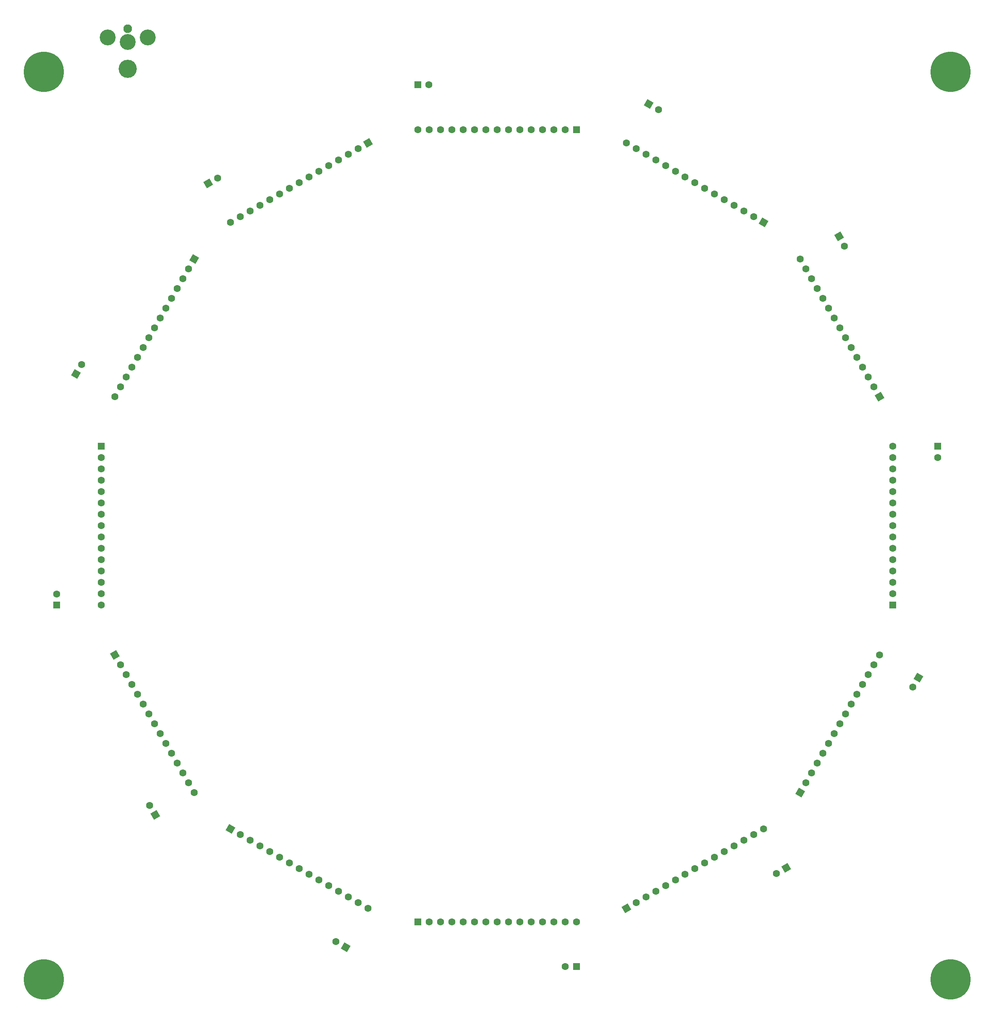
<source format=gbs>
%TF.GenerationSoftware,KiCad,Pcbnew,8.0.6-8.0.6-0~ubuntu22.04.1*%
%TF.CreationDate,2024-12-20T11:09:35-08:00*%
%TF.ProjectId,arena_top_12-12,6172656e-615f-4746-9f70-5f31322d3132,rev?*%
%TF.SameCoordinates,Original*%
%TF.FileFunction,Soldermask,Bot*%
%TF.FilePolarity,Negative*%
%FSLAX46Y46*%
G04 Gerber Fmt 4.6, Leading zero omitted, Abs format (unit mm)*
G04 Created by KiCad (PCBNEW 8.0.6-8.0.6-0~ubuntu22.04.1) date 2024-12-20 11:09:35*
%MOMM*%
%LPD*%
G01*
G04 APERTURE LIST*
G04 Aperture macros list*
%AMRotRect*
0 Rectangle, with rotation*
0 The origin of the aperture is its center*
0 $1 length*
0 $2 width*
0 $3 Rotation angle, in degrees counterclockwise*
0 Add horizontal line*
21,1,$1,$2,0,0,$3*%
G04 Aperture macros list end*
%ADD10R,1.600000X1.600000*%
%ADD11C,1.600000*%
%ADD12C,9.000000*%
%ADD13C,3.556000*%
%ADD14C,1.930400*%
%ADD15C,4.064000*%
%ADD16RotRect,1.600000X1.600000X240.000000*%
%ADD17RotRect,1.600000X1.600000X210.000000*%
%ADD18RotRect,1.600000X1.600000X150.000000*%
%ADD19RotRect,1.600000X1.600000X300.000000*%
%ADD20RotRect,1.600000X1.600000X60.000000*%
%ADD21RotRect,1.600000X1.600000X30.000000*%
%ADD22RotRect,1.600000X1.600000X120.000000*%
%ADD23RotRect,1.600000X1.600000X330.000000*%
G04 APERTURE END LIST*
D10*
%TO.C,C16*%
X160020000Y-79070199D03*
D11*
X162520000Y-79070199D03*
%TD*%
D12*
%TO.C,H1*%
X76200000Y-76200000D03*
%TD*%
D13*
%TO.C,J4*%
X90504200Y-68506600D03*
D14*
X95000000Y-66500000D03*
D13*
X99495800Y-68506600D03*
D15*
X95000000Y-75491600D03*
D13*
X95000000Y-69497200D03*
%TD*%
D16*
%TO.C,C24*%
X272192515Y-211766968D03*
D11*
X270942515Y-213932032D03*
%TD*%
D17*
%TO.C,C23*%
X242562832Y-254412515D03*
D11*
X240397768Y-255662515D03*
%TD*%
D10*
%TO.C,C19*%
X79070199Y-195580000D03*
D11*
X79070199Y-193080000D03*
%TD*%
D18*
%TO.C,C21*%
X143833031Y-272192515D03*
D11*
X141667967Y-270942515D03*
%TD*%
D10*
%TO.C,C22*%
X195579999Y-276529800D03*
D11*
X193079999Y-276529800D03*
%TD*%
D12*
%TO.C,H3*%
X279400000Y-279400000D03*
%TD*%
%TO.C,H4*%
X76200000Y-279400000D03*
%TD*%
D19*
%TO.C,C14*%
X254412515Y-113037167D03*
D11*
X255662515Y-115202231D03*
%TD*%
D12*
%TO.C,H2*%
X279400000Y-76200000D03*
%TD*%
D20*
%TO.C,C18*%
X83407484Y-143833031D03*
D11*
X84657484Y-141667967D03*
%TD*%
D21*
%TO.C,C17*%
X113037167Y-101187484D03*
D11*
X115202231Y-99937484D03*
%TD*%
D22*
%TO.C,C20*%
X101187484Y-242562832D03*
D11*
X99937484Y-240397768D03*
%TD*%
D23*
%TO.C,C15*%
X211766968Y-83407484D03*
D11*
X213932032Y-84657484D03*
%TD*%
D10*
%TO.C,C13*%
X276529800Y-160020000D03*
D11*
X276529800Y-162520000D03*
%TD*%
D10*
%TO.C,P10*%
X160019999Y-266474028D03*
D11*
X162559999Y-266474028D03*
X165099999Y-266474028D03*
X167639999Y-266474028D03*
X170179999Y-266474028D03*
X172719999Y-266474028D03*
X175259999Y-266474028D03*
X177799999Y-266474028D03*
X180339999Y-266474028D03*
X182879999Y-266474028D03*
X185419999Y-266474028D03*
X187959999Y-266474028D03*
X190499999Y-266474028D03*
X193039999Y-266474028D03*
X195579999Y-266474028D03*
%TD*%
D20*
%TO.C,P12*%
X245703961Y-237534946D03*
D11*
X246973961Y-235335241D03*
X248243961Y-233135537D03*
X249513961Y-230935832D03*
X250783961Y-228736128D03*
X252053961Y-226536423D03*
X253323961Y-224336719D03*
X254593961Y-222137014D03*
X255863961Y-219937309D03*
X257133961Y-217737605D03*
X258403961Y-215537900D03*
X259673961Y-213338196D03*
X260943961Y-211138491D03*
X262213961Y-208938787D03*
X263483961Y-206739082D03*
%TD*%
D10*
%TO.C,P7*%
X89125971Y-160020000D03*
D11*
X89125971Y-162560000D03*
X89125971Y-165100000D03*
X89125971Y-167640000D03*
X89125971Y-170180000D03*
X89125971Y-172720000D03*
X89125971Y-175260000D03*
X89125971Y-177800000D03*
X89125971Y-180340000D03*
X89125971Y-182880000D03*
X89125971Y-185420000D03*
X89125971Y-187960000D03*
X89125971Y-190500000D03*
X89125971Y-193040000D03*
X89125971Y-195580000D03*
%TD*%
D23*
%TO.C,P9*%
X118065053Y-245703961D03*
D11*
X120264758Y-246973961D03*
X122464462Y-248243961D03*
X124664167Y-249513961D03*
X126863871Y-250783961D03*
X129063576Y-252053961D03*
X131263280Y-253323961D03*
X133462985Y-254593961D03*
X135662690Y-255863961D03*
X137862394Y-257133961D03*
X140062099Y-258403961D03*
X142261803Y-259673961D03*
X144461508Y-260943961D03*
X146661212Y-262213961D03*
X148860917Y-263483961D03*
%TD*%
D21*
%TO.C,P11*%
X206739082Y-263483961D03*
D11*
X208938787Y-262213961D03*
X211138491Y-260943961D03*
X213338196Y-259673961D03*
X215537900Y-258403961D03*
X217737605Y-257133961D03*
X219937309Y-255863961D03*
X222137014Y-254593961D03*
X224336719Y-253323961D03*
X226536423Y-252053961D03*
X228736128Y-250783961D03*
X230935832Y-249513961D03*
X233135537Y-248243961D03*
X235335241Y-246973961D03*
X237534946Y-245703961D03*
%TD*%
D17*
%TO.C,P5*%
X148860917Y-92116038D03*
D11*
X146661212Y-93386038D03*
X144461508Y-94656038D03*
X142261803Y-95926038D03*
X140062099Y-97196038D03*
X137862394Y-98466038D03*
X135662690Y-99736038D03*
X133462985Y-101006038D03*
X131263280Y-102276038D03*
X129063576Y-103546038D03*
X126863871Y-104816038D03*
X124664167Y-106086038D03*
X122464462Y-107356038D03*
X120264758Y-108626038D03*
X118065053Y-109896038D03*
%TD*%
D10*
%TO.C,P4*%
X195580000Y-89125971D03*
D11*
X193040000Y-89125971D03*
X190500000Y-89125971D03*
X187960000Y-89125971D03*
X185420000Y-89125971D03*
X182880000Y-89125971D03*
X180340000Y-89125971D03*
X177800000Y-89125971D03*
X175260000Y-89125971D03*
X172720000Y-89125971D03*
X170180000Y-89125971D03*
X167640000Y-89125971D03*
X165100000Y-89125971D03*
X162560000Y-89125971D03*
X160020000Y-89125971D03*
%TD*%
D10*
%TO.C,P1*%
X266474028Y-195580000D03*
D11*
X266474028Y-193040000D03*
X266474028Y-190500000D03*
X266474028Y-187960000D03*
X266474028Y-185420000D03*
X266474028Y-182880000D03*
X266474028Y-180340000D03*
X266474028Y-177800000D03*
X266474028Y-175260000D03*
X266474028Y-172720000D03*
X266474028Y-170180000D03*
X266474028Y-167640000D03*
X266474028Y-165100000D03*
X266474028Y-162560000D03*
X266474028Y-160020000D03*
%TD*%
D16*
%TO.C,P6*%
X109896038Y-118065053D03*
D11*
X108626038Y-120264758D03*
X107356038Y-122464462D03*
X106086038Y-124664167D03*
X104816038Y-126863871D03*
X103546038Y-129063576D03*
X102276038Y-131263280D03*
X101006038Y-133462985D03*
X99736038Y-135662690D03*
X98466038Y-137862394D03*
X97196038Y-140062099D03*
X95926038Y-142261803D03*
X94656038Y-144461508D03*
X93386038Y-146661212D03*
X92116038Y-148860917D03*
%TD*%
D19*
%TO.C,P8*%
X92116038Y-206739082D03*
D11*
X93386038Y-208938787D03*
X94656038Y-211138491D03*
X95926038Y-213338196D03*
X97196038Y-215537900D03*
X98466038Y-217737605D03*
X99736038Y-219937309D03*
X101006038Y-222137014D03*
X102276038Y-224336719D03*
X103546038Y-226536423D03*
X104816038Y-228736128D03*
X106086038Y-230935832D03*
X107356038Y-233135537D03*
X108626038Y-235335241D03*
X109896038Y-237534946D03*
%TD*%
D22*
%TO.C,P2*%
X263483961Y-148860917D03*
D11*
X262213961Y-146661212D03*
X260943961Y-144461508D03*
X259673961Y-142261803D03*
X258403961Y-140062099D03*
X257133961Y-137862394D03*
X255863961Y-135662690D03*
X254593961Y-133462985D03*
X253323961Y-131263280D03*
X252053961Y-129063576D03*
X250783961Y-126863871D03*
X249513961Y-124664167D03*
X248243961Y-122464462D03*
X246973961Y-120264758D03*
X245703961Y-118065053D03*
%TD*%
D18*
%TO.C,P3*%
X237534946Y-109896038D03*
D11*
X235335241Y-108626038D03*
X233135537Y-107356038D03*
X230935832Y-106086038D03*
X228736128Y-104816038D03*
X226536423Y-103546038D03*
X224336719Y-102276038D03*
X222137014Y-101006038D03*
X219937309Y-99736038D03*
X217737605Y-98466038D03*
X215537900Y-97196038D03*
X213338196Y-95926038D03*
X211138491Y-94656038D03*
X208938787Y-93386038D03*
X206739082Y-92116038D03*
%TD*%
M02*

</source>
